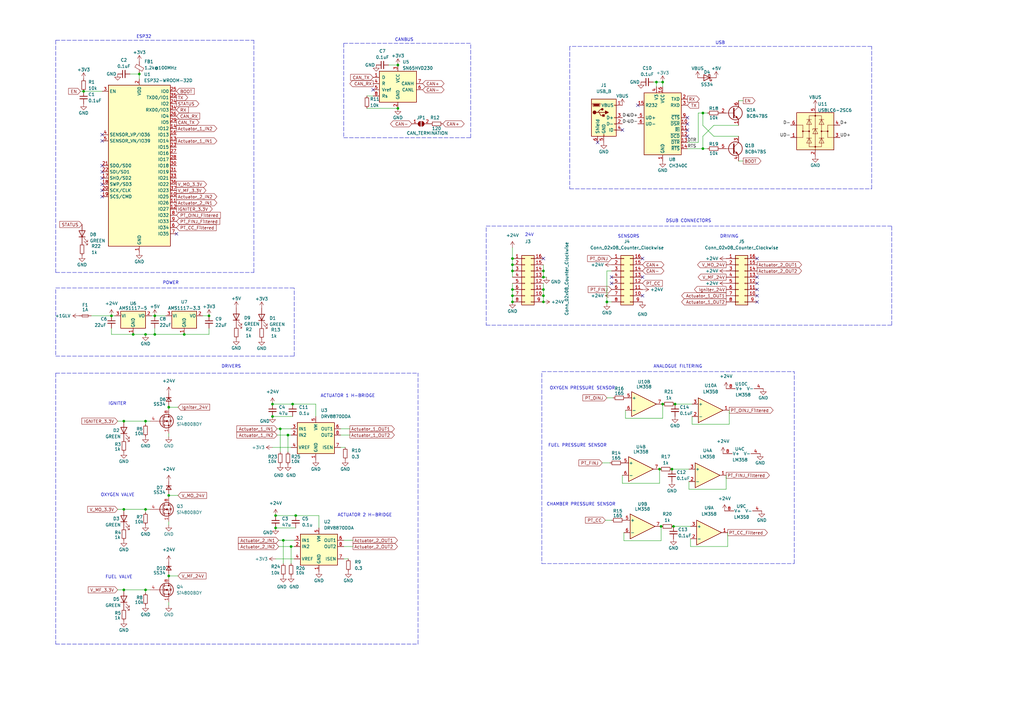
<source format=kicad_sch>
(kicad_sch (version 20211123) (generator eeschema)
  (paper "A3")
  (junction (at 45.72 129.54))
  (junction (at 59.69 137.16))
  (junction (at 59.69 208.915))
  (junction (at 271.78 33.655))
  (junction (at 210.185 111.125))
  (junction (at 118.11 178.435))
  (junction (at 69.215 236.22))
  (junction (at 210.185 118.745))
  (junction (at 163.195 26.67))
  (junction (at 114.935 175.895))
  (junction (at 288.29 46.355))
  (junction (at 69.215 167.005))
  (junction (at 275.59 192.405))
  (junction (at 54.61 137.16))
  (junction (at 50.8 208.915))
  (junction (at 63.5 129.54))
  (junction (at 276.86 165.735))
  (junction (at 271.145 215.9))
  (junction (at 50.8 241.935))
  (junction (at 85.725 129.54))
  (junction (at 113.03 211.455))
  (junction (at 210.185 121.285))
  (junction (at 222.885 111.125))
  (junction (at 222.885 121.285))
  (junction (at 222.885 118.745))
  (junction (at 288.29 60.96))
  (junction (at 111.76 170.815))
  (junction (at 113.03 216.535))
  (junction (at 163.195 44.45))
  (junction (at 63.5 137.16))
  (junction (at 210.185 108.585))
  (junction (at 59.69 241.935))
  (junction (at 119.38 224.155))
  (junction (at 270.51 192.405))
  (junction (at 50.8 172.72))
  (junction (at 116.205 221.615))
  (junction (at 75.565 137.16))
  (junction (at 121.285 211.455))
  (junction (at 210.185 106.045))
  (junction (at 269.24 33.655))
  (junction (at 222.885 113.665))
  (junction (at 271.78 165.735))
  (junction (at 120.015 165.735))
  (junction (at 57.15 30.353))
  (junction (at 276.225 215.9))
  (junction (at 59.69 172.72))
  (junction (at 222.885 123.825))
  (junction (at 248.92 123.825))
  (junction (at 111.76 165.735))
  (junction (at 34.29 37.465))
  (junction (at 69.215 203.2))
  (junction (at 210.185 123.825))
  (no_connect (at 72.39 95.885))
  (no_connect (at 310.515 118.745))
  (no_connect (at 310.515 106.045))
  (no_connect (at 281.94 50.8))
  (no_connect (at 41.91 73.025))
  (no_connect (at 310.515 123.825))
  (no_connect (at 41.91 70.485))
  (no_connect (at 250.825 113.665))
  (no_connect (at 250.825 116.205))
  (no_connect (at 41.91 78.105))
  (no_connect (at 281.94 55.88))
  (no_connect (at 255.27 53.34))
  (no_connect (at 281.94 53.34))
  (no_connect (at 245.11 58.42))
  (no_connect (at 41.91 55.245))
  (no_connect (at 41.91 80.645))
  (no_connect (at 41.91 57.785))
  (no_connect (at 263.525 113.665))
  (no_connect (at 281.94 48.26))
  (no_connect (at 263.525 121.285))
  (no_connect (at 310.515 116.205))
  (no_connect (at 310.515 121.285))
  (no_connect (at 310.515 113.665))
  (no_connect (at 41.91 67.945))
  (no_connect (at 222.885 106.045))
  (no_connect (at 41.91 75.565))
  (no_connect (at 153.035 36.83))
  (no_connect (at 261.62 43.18))
  (no_connect (at 263.525 106.045))
  (polyline (pts (xy 357.505 77.47) (xy 357.505 19.05)))
  (wire (pts (xy 271.145 215.9) (xy 271.145 221.742)))
  (polyline (pts (xy 233.68 19.05) (xy 233.68 21.59)))
  (wire (pts (xy 210.185 101.6) (xy 210.185 106.045)))
  (wire (pts (xy 113.665 178.435) (xy 118.11 178.435)))
  (wire (pts (xy 150.495 39.37) (xy 153.035 39.37)))
  (wire (pts (xy 140.97 221.615) (xy 144.78 221.615)))
  (polyline (pts (xy 140.97 17.78) (xy 140.97 56.515)))
  (wire (pts (xy 248.92 111.125) (xy 248.92 123.825)))
  (polyline (pts (xy 365.76 133.35) (xy 365.76 92.71)))
  (wire (pts (xy 139.7 183.515) (xy 141.605 183.515)))
  (wire (pts (xy 53.34 30.353) (xy 57.15 30.353)))
  (wire (pts (xy 69.215 235.585) (xy 69.215 236.22)))
  (wire (pts (xy 83.185 129.54) (xy 85.725 129.54)))
  (polyline (pts (xy 222.25 152.4) (xy 325.755 152.4)))
  (wire (pts (xy 59.69 172.72) (xy 59.69 173.99)))
  (wire (pts (xy 210.185 118.745) (xy 210.185 121.285)))
  (wire (pts (xy 140.97 229.235) (xy 142.875 229.235)))
  (wire (pts (xy 69.215 203.2) (xy 73.025 203.2)))
  (wire (pts (xy 75.565 137.16) (xy 85.725 137.16)))
  (wire (pts (xy 283.845 173.99) (xy 283.845 170.815)))
  (wire (pts (xy 255.27 194.945) (xy 255.27 198.247)))
  (wire (pts (xy 130.81 216.535) (xy 130.81 211.455)))
  (wire (pts (xy 63.5 137.16) (xy 75.565 137.16)))
  (polyline (pts (xy 22.86 146.05) (xy 120.65 146.05)))
  (wire (pts (xy 271.78 35.56) (xy 271.78 33.655)))
  (wire (pts (xy 37.465 129.54) (xy 45.72 129.54)))
  (polyline (pts (xy 22.86 264.16) (xy 171.45 264.16)))
  (wire (pts (xy 302.895 41.275) (xy 304.8 41.275)))
  (wire (pts (xy 114.935 185.42) (xy 114.935 175.895)))
  (wire (pts (xy 282.575 200.66) (xy 282.575 197.485)))
  (wire (pts (xy 113.03 216.535) (xy 121.285 216.535)))
  (polyline (pts (xy 325.755 231.14) (xy 325.755 152.4)))
  (wire (pts (xy 210.185 106.045) (xy 210.185 108.585)))
  (wire (pts (xy 283.21 224.155) (xy 283.21 220.98)))
  (wire (pts (xy 298.45 218.44) (xy 298.45 224.155)))
  (wire (pts (xy 119.38 224.155) (xy 119.38 231.14)))
  (wire (pts (xy 69.215 202.565) (xy 69.215 203.2)))
  (wire (pts (xy 222.885 118.745) (xy 222.885 121.285)))
  (wire (pts (xy 281.94 58.42) (xy 286.385 58.42)))
  (wire (pts (xy 292.735 51.435) (xy 288.29 55.88)))
  (wire (pts (xy 267.97 33.655) (xy 269.24 33.655)))
  (wire (pts (xy 62.23 129.54) (xy 63.5 129.54)))
  (wire (pts (xy 63.5 129.54) (xy 67.945 129.54)))
  (wire (pts (xy 288.29 46.355) (xy 290.195 46.355)))
  (wire (pts (xy 114.3 221.615) (xy 116.205 221.615)))
  (wire (pts (xy 69.215 203.2) (xy 69.215 203.835)))
  (wire (pts (xy 69.215 167.005) (xy 73.025 167.005)))
  (wire (pts (xy 288.29 55.88) (xy 288.29 60.96)))
  (wire (pts (xy 59.69 208.915) (xy 61.595 208.915)))
  (wire (pts (xy 269.24 33.655) (xy 271.78 33.655)))
  (wire (pts (xy 248.92 123.825) (xy 250.825 123.825)))
  (wire (pts (xy 114.3 224.155) (xy 119.38 224.155)))
  (wire (pts (xy 59.69 241.935) (xy 61.595 241.935)))
  (polyline (pts (xy 140.97 56.515) (xy 193.04 56.515)))
  (wire (pts (xy 69.215 166.37) (xy 69.215 167.005)))
  (wire (pts (xy 210.185 111.125) (xy 210.185 113.665)))
  (wire (pts (xy 50.8 241.935) (xy 59.69 241.935)))
  (wire (pts (xy 121.285 211.455) (xy 130.81 211.455)))
  (wire (pts (xy 256.54 168.275) (xy 256.54 171.577)))
  (wire (pts (xy 45.72 137.16) (xy 54.61 137.16)))
  (wire (pts (xy 69.215 213.995) (xy 69.215 215.265)))
  (polyline (pts (xy 104.14 111.76) (xy 104.14 16.51)))
  (polyline (pts (xy 199.39 92.71) (xy 365.76 92.71)))
  (wire (pts (xy 150.495 44.45) (xy 163.195 44.45)))
  (wire (pts (xy 69.215 236.22) (xy 69.215 236.855)))
  (wire (pts (xy 48.26 172.72) (xy 50.8 172.72)))
  (polyline (pts (xy 199.39 133.35) (xy 365.76 133.35)))
  (wire (pts (xy 69.215 177.8) (xy 69.215 179.07)))
  (wire (pts (xy 139.7 175.895) (xy 143.51 175.895)))
  (wire (pts (xy 63.5 134.62) (xy 63.5 137.16)))
  (wire (pts (xy 256.54 171.577) (xy 271.78 171.577)))
  (wire (pts (xy 210.185 108.585) (xy 210.185 111.125)))
  (polyline (pts (xy 22.86 118.745) (xy 22.86 146.05)))
  (wire (pts (xy 85.725 134.62) (xy 85.725 137.16)))
  (polyline (pts (xy 120.65 146.05) (xy 120.65 118.11)))
  (wire (pts (xy 59.69 208.915) (xy 59.69 210.185)))
  (wire (pts (xy 222.885 113.665) (xy 224.155 113.665)))
  (wire (pts (xy 222.885 116.205) (xy 222.885 118.745)))
  (wire (pts (xy 59.69 137.16) (xy 63.5 137.16)))
  (wire (pts (xy 276.86 165.735) (xy 283.845 165.735)))
  (wire (pts (xy 48.26 241.935) (xy 50.8 241.935)))
  (wire (pts (xy 34.29 37.465) (xy 41.91 37.465)))
  (wire (pts (xy 222.885 108.585) (xy 222.885 111.125)))
  (wire (pts (xy 292.735 55.88) (xy 302.895 55.88)))
  (polyline (pts (xy 140.97 17.78) (xy 193.04 17.78)))
  (polyline (pts (xy 22.86 16.51) (xy 104.14 16.51)))
  (wire (pts (xy 299.085 168.275) (xy 299.085 173.99)))
  (polyline (pts (xy 22.86 153.035) (xy 22.86 264.16)))
  (polyline (pts (xy 357.505 19.05) (xy 233.68 19.05)))
  (wire (pts (xy 57.15 30.353) (xy 57.15 32.385)))
  (wire (pts (xy 297.815 194.945) (xy 297.815 200.66)))
  (polyline (pts (xy 233.68 77.47) (xy 357.505 77.47)))
  (wire (pts (xy 302.895 66.04) (xy 304.8 66.04)))
  (wire (pts (xy 159.385 26.67) (xy 163.195 26.67)))
  (wire (pts (xy 50.8 172.72) (xy 59.69 172.72)))
  (wire (pts (xy 114.935 175.895) (xy 119.38 175.895)))
  (wire (pts (xy 292.735 51.435) (xy 302.895 51.435)))
  (polyline (pts (xy 22.86 111.76) (xy 104.14 111.76)))
  (polyline (pts (xy 193.04 56.515) (xy 193.04 17.78)))
  (wire (pts (xy 210.185 116.205) (xy 210.185 118.745)))
  (wire (pts (xy 248.92 163.195) (xy 251.46 163.195)))
  (wire (pts (xy 299.085 173.99) (xy 283.845 173.99)))
  (wire (pts (xy 33.02 37.465) (xy 34.29 37.465)))
  (wire (pts (xy 271.78 165.735) (xy 271.78 171.577)))
  (wire (pts (xy 48.26 208.915) (xy 50.8 208.915)))
  (wire (pts (xy 50.8 208.915) (xy 59.69 208.915)))
  (polyline (pts (xy 22.86 16.51) (xy 22.86 111.76)))
  (wire (pts (xy 255.905 218.44) (xy 255.905 221.742)))
  (polyline (pts (xy 222.25 231.14) (xy 325.755 231.14)))
  (polyline (pts (xy 22.86 118.11) (xy 120.65 118.11)))
  (wire (pts (xy 298.45 224.155) (xy 283.21 224.155)))
  (wire (pts (xy 247.015 189.865) (xy 250.19 189.865)))
  (wire (pts (xy 129.54 170.815) (xy 129.54 165.735)))
  (wire (pts (xy 120.015 165.735) (xy 129.54 165.735)))
  (wire (pts (xy 281.94 60.96) (xy 288.29 60.96)))
  (wire (pts (xy 139.7 178.435) (xy 143.51 178.435)))
  (wire (pts (xy 111.76 170.815) (xy 120.015 170.815)))
  (polyline (pts (xy 199.39 93.345) (xy 199.39 133.35)))
  (wire (pts (xy 288.29 60.96) (xy 290.195 60.96)))
  (wire (pts (xy 222.885 121.285) (xy 222.885 123.825)))
  (wire (pts (xy 113.03 211.455) (xy 121.285 211.455)))
  (wire (pts (xy 269.24 33.655) (xy 269.24 35.56)))
  (wire (pts (xy 45.72 129.54) (xy 46.99 129.54)))
  (wire (pts (xy 140.97 224.155) (xy 144.78 224.155)))
  (wire (pts (xy 255.905 221.742) (xy 271.145 221.742)))
  (polyline (pts (xy 222.25 153.035) (xy 222.25 231.14)))
  (polyline (pts (xy 171.45 264.16) (xy 171.45 153.035)))
  (wire (pts (xy 292.735 55.88) (xy 288.29 51.435)))
  (wire (pts (xy 248.285 213.36) (xy 250.825 213.36)))
  (wire (pts (xy 288.29 51.435) (xy 288.29 46.355)))
  (wire (pts (xy 69.215 247.015) (xy 69.215 248.285)))
  (wire (pts (xy 116.205 221.615) (xy 120.65 221.615)))
  (polyline (pts (xy 233.68 21.59) (xy 233.68 77.47)))
  (wire (pts (xy 54.61 137.16) (xy 59.69 137.16)))
  (wire (pts (xy 119.38 224.155) (xy 120.65 224.155)))
  (wire (pts (xy 286.385 58.42) (xy 286.385 46.355)))
  (wire (pts (xy 210.185 121.285) (xy 210.185 123.825)))
  (wire (pts (xy 222.885 111.125) (xy 222.885 113.665)))
  (wire (pts (xy 59.69 241.935) (xy 59.69 243.205)))
  (wire (pts (xy 286.385 46.355) (xy 288.29 46.355)))
  (wire (pts (xy 255.27 198.247) (xy 270.51 198.247)))
  (wire (pts (xy 118.11 178.435) (xy 118.11 185.42)))
  (wire (pts (xy 111.76 183.515) (xy 119.38 183.515)))
  (wire (pts (xy 297.815 200.66) (xy 282.575 200.66)))
  (wire (pts (xy 250.825 111.125) (xy 248.92 111.125)))
  (wire (pts (xy 276.225 215.9) (xy 283.21 215.9)))
  (wire (pts (xy 45.72 134.62) (xy 45.72 137.16)))
  (polyline (pts (xy 22.86 153.035) (xy 171.45 153.035)))
  (wire (pts (xy 248.92 123.825) (xy 248.92 124.46)))
  (wire (pts (xy 69.215 236.22) (xy 73.025 236.22)))
  (wire (pts (xy 69.215 167.005) (xy 69.215 167.64)))
  (wire (pts (xy 59.69 172.72) (xy 61.595 172.72)))
  (wire (pts (xy 118.11 178.435) (xy 119.38 178.435)))
  (wire (pts (xy 275.59 192.405) (xy 282.575 192.405)))
  (wire (pts (xy 113.665 175.895) (xy 114.935 175.895)))
  (wire (pts (xy 113.03 229.235) (xy 120.65 229.235)))
  (wire (pts (xy 111.76 165.735) (xy 120.015 165.735)))
  (wire (pts (xy 116.205 221.615) (xy 116.205 231.14)))
  (wire (pts (xy 270.51 192.405) (xy 270.51 198.247)))
  (text "FUEL VALVE\n" (at 43.18 237.49 0) (effects (font (size 1.27 1.27)) (justify left bottom)))
  (text "ACTUATOR 2 H-BRIDGE\n" (at 138.43 212.09 0) (effects (font (size 1.27 1.27)) (justify left bottom)))
  (text "OXYGEN VALVE\n" (at 41.275 203.835 0) (effects (font (size 1.27 1.27)) (justify left bottom)))
  (text "DRIVERS\n" (at 90.805 151.13 0) (effects (font (size 1.27 1.27)) (justify left bottom)))
  (text "DSUB CONNECTORS\n" (at 273.05 91.44 0) (effects (font (size 1.27 1.27)) (justify left bottom)))
  (text "CHAMBER PRESSURE SENSOR\n" (at 224.155 207.645 0) (effects (font (size 1.27 1.27)) (justify left bottom)))
  (text "CANBUS\n" (at 161.925 17.145 0) (effects (font (size 1.27 1.27)) (justify left bottom)))
  (text "ESP32\n" (at 55.88 15.875 0) (effects (font (size 1.27 1.27)) (justify left bottom)))
  (text "USB\n" (at 293.37 18.415 0) (effects (font (size 1.27 1.27)) (justify left bottom)))
  (text "OXYGEN PRESSURE SENSOR\n" (at 225.425 160.02 0) (effects (font (size 1.27 1.27)) (justify left bottom)))
  (text "ANALOGUE FILTERING\n" (at 267.97 151.13 0) (effects (font (size 1.27 1.27)) (justify left bottom)))
  (text "24V\n" (at 215.265 97.155 0) (effects (font (size 1.27 1.27)) (justify left bottom)))
  (text "POWER" (at 66.675 116.84 0) (effects (font (size 1.27 1.27)) (justify left bottom)))
  (text "ACTUATOR 1 H-BRIDGE\n" (at 131.445 163.195 0) (effects (font (size 1.27 1.27)) (justify left bottom)))
  (text "SENSORS" (at 253.365 97.79 0) (effects (font (size 1.27 1.27)) (justify left bottom)))
  (text "IGNITER" (at 44.45 166.37 0) (effects (font (size 1.27 1.27)) (justify left bottom)))
  (text "FUEL PRESSURE SENSOR\n" (at 224.79 183.515 0) (effects (font (size 1.27 1.27)) (justify left bottom)))
  (text "DRIVING" (at 295.275 97.79 0) (effects (font (size 1.27 1.27)) (justify left bottom)))
  (label "D-" (at 324.231 51.308 180))
  (label "UD+" (at 344.551 56.388 0))
  (label "RTS" (at 281.94 60.96 0))
  (label "UD+" (at 261.62 48.26 180))
  (label "D+" (at 344.551 51.308 0))
  (label "UD-" (at 261.62 50.8 180))
  (label "D-" (at 255.27 50.8 0))
  (label "DTR" (at 281.94 58.42 0))
  (label "D+" (at 255.27 48.26 0))
  (label "UD-" (at 324.231 56.388 180))
  (global_label "Actuator_2_IN2" (shape input) (at 114.3 224.155 180) (property "Intersheet References" "${INTERSHEET_REFS}" (effects hide)))
  (global_label "BOOT" (shape output) (at 304.8 66.04 0) (property "Intersheet References" "${INTERSHEET_REFS}" (effects hide)))
  (global_label "Actuator_2_IN2" (shape output) (at 72.39 80.645 0) (property "Intersheet References" "${INTERSHEET_REFS}" (effects hide)))
  (global_label "Actuator_2_OUT1" (shape output) (at 310.515 108.585 0) (property "Intersheet References" "${INTERSHEET_REFS}" (effects hide)))
  (global_label "V_MO_3.3V" (shape output) (at 72.39 75.565 0) (property "Intersheet References" "${INTERSHEET_REFS}" (effects hide)))
  (global_label "Actuator_2_OUT2" (shape output) (at 144.78 224.155 0) (property "Intersheet References" "${INTERSHEET_REFS}" (effects hide)))
  (global_label "IGNITER_3.3V" (shape output) (at 72.39 85.725 0) (property "Intersheet References" "${INTERSHEET_REFS}" (effects hide)))
  (global_label "V_MO_3.3V" (shape input) (at 48.26 208.915 180) (property "Intersheet References" "${INTERSHEET_REFS}" (effects hide)))
  (global_label "CAN_RX" (shape input) (at 72.39 47.625 0) (property "Intersheet References" "${INTERSHEET_REFS}" (effects hide)))
  (global_label "TX" (shape output) (at 72.39 40.005 0) (property "Intersheet References" "${INTERSHEET_REFS}" (effects hide)))
  (global_label "CAN_TX" (shape input) (at 153.035 31.75 180) (property "Intersheet References" "${INTERSHEET_REFS}" (effects hide)))
  (global_label "Actuator_2_OUT1" (shape output) (at 144.78 221.615 0) (property "Intersheet References" "${INTERSHEET_REFS}" (effects hide)))
  (global_label "V_MF_24V" (shape input) (at 73.025 236.22 0) (property "Intersheet References" "${INTERSHEET_REFS}" (effects hide)))
  (global_label "Actuator_2_OUT2" (shape output) (at 310.515 111.125 0) (property "Intersheet References" "${INTERSHEET_REFS}" (effects hide)))
  (global_label "Actuator_1_OUT2" (shape output) (at 297.815 123.825 180) (property "Intersheet References" "${INTERSHEET_REFS}" (effects hide)))
  (global_label "PT_FINJ" (shape input) (at 250.825 118.745 180) (property "Intersheet References" "${INTERSHEET_REFS}" (effects hide)))
  (global_label "V_MF_24V" (shape output) (at 297.815 113.665 180) (property "Intersheet References" "${INTERSHEET_REFS}" (effects hide)))
  (global_label "PT_CC" (shape input) (at 248.285 213.36 180) (property "Intersheet References" "${INTERSHEET_REFS}" (effects hide)))
  (global_label "STATUS" (shape input) (at 33.655 92.075 180) (property "Intersheet References" "${INTERSHEET_REFS}" (effects hide)))
  (global_label "Actuator_2_IN1" (shape output) (at 72.39 83.185 0) (property "Intersheet References" "${INTERSHEET_REFS}" (effects hide)))
  (global_label "V_MO_24V" (shape output) (at 297.815 108.585 180) (property "Intersheet References" "${INTERSHEET_REFS}" (effects hide)))
  (global_label "CAN-" (shape bidirectional) (at 263.525 111.125 0) (property "Intersheet References" "${INTERSHEET_REFS}" (effects hide)))
  (global_label "CAN-" (shape bidirectional) (at 168.91 50.8 180) (property "Intersheet References" "${INTERSHEET_REFS}" (effects hide)))
  (global_label "IGNITER_3.3V" (shape input) (at 48.26 172.72 180) (property "Intersheet References" "${INTERSHEET_REFS}" (effects hide)))
  (global_label "PT_OINJ" (shape input) (at 248.92 163.195 180) (property "Intersheet References" "${INTERSHEET_REFS}" (effects hide)))
  (global_label "PT_OINJ_Filtered" (shape output) (at 299.085 168.275 0) (property "Intersheet References" "${INTERSHEET_REFS}" (effects hide)))
  (global_label "PT_OINJ" (shape input) (at 250.825 106.045 180) (property "Intersheet References" "${INTERSHEET_REFS}" (effects hide)))
  (global_label "CAN+" (shape bidirectional) (at 173.355 34.29 0) (property "Intersheet References" "${INTERSHEET_REFS}" (effects hide)))
  (global_label "V_MF_3.3V" (shape input) (at 48.26 241.935 180) (property "Intersheet References" "${INTERSHEET_REFS}" (effects hide)))
  (global_label "RX" (shape input) (at 72.39 45.085 0) (property "Intersheet References" "${INTERSHEET_REFS}" (effects hide)))
  (global_label "Actuator_1_IN1" (shape output) (at 72.39 57.785 0) (property "Intersheet References" "${INTERSHEET_REFS}" (effects hide)))
  (global_label "Actuator_2_IN1" (shape input) (at 114.3 221.615 180) (property "Intersheet References" "${INTERSHEET_REFS}" (effects hide)))
  (global_label "CAN+" (shape bidirectional) (at 263.525 108.585 0) (property "Intersheet References" "${INTERSHEET_REFS}" (effects hide)))
  (global_label "Actuator_1_IN2" (shape output) (at 72.39 52.705 0) (property "Intersheet References" "${INTERSHEET_REFS}" (effects hide)))
  (global_label "PT_FINJ_Filtered" (shape input) (at 72.39 90.805 0) (property "Intersheet References" "${INTERSHEET_REFS}" (effects hide)))
  (global_label "STATUS" (shape output) (at 72.39 42.545 0) (property "Intersheet References" "${INTERSHEET_REFS}" (effects hide)))
  (global_label "PT_FINJ" (shape input) (at 247.015 189.865 180) (property "Intersheet References" "${INTERSHEET_REFS}" (effects hide)))
  (global_label "EN" (shape output) (at 304.8 41.275 0) (property "Intersheet References" "${INTERSHEET_REFS}" (effects hide)))
  (global_label "PT_FINJ_Filtered" (shape output) (at 297.815 194.945 0) (property "Intersheet References" "${INTERSHEET_REFS}" (effects hide)))
  (global_label "PT_CC" (shape input) (at 263.525 116.205 0) (property "Intersheet References" "${INTERSHEET_REFS}" (effects hide)))
  (global_label "V_MF_3.3V" (shape output) (at 72.39 78.105 0) (property "Intersheet References" "${INTERSHEET_REFS}" (effects hide)))
  (global_label "BOOT" (shape input) (at 72.39 37.465 0) (property "Intersheet References" "${INTERSHEET_REFS}" (effects hide)))
  (global_label "V_MO_24V" (shape input) (at 73.025 203.2 0) (property "Intersheet References" "${INTERSHEET_REFS}" (effects hide)))
  (global_label "PT_OINJ_Filtered" (shape input) (at 72.39 88.265 0) (property "Intersheet References" "${INTERSHEET_REFS}" (effects hide)))
  (global_label "CAN+" (shape bidirectional) (at 181.61 50.8 0) (property "Intersheet References" "${INTERSHEET_REFS}" (effects hide)))
  (global_label "PT_CC_Filtered" (shape output) (at 298.45 218.44 0) (property "Intersheet References" "${INTERSHEET_REFS}" (effects hide)))
  (global_label "PT_CC_Filtered" (shape input) (at 72.39 93.345 0) (property "Intersheet References" "${INTERSHEET_REFS}" (effects hide)))
  (global_label "Igniter_24V" (shape output) (at 297.815 118.745 180) (property "Intersheet References" "${INTERSHEET_REFS}" (effects hide)))
  (global_label "Actuator_1_IN2" (shape input) (at 113.665 178.435 180) (property "Intersheet References" "${INTERSHEET_REFS}" (effects hide)))
  (global_label "Actuator_1_OUT2" (shape output) (at 143.51 178.435 0) (property "Intersheet References" "${INTERSHEET_REFS}" (effects hide)))
  (global_label "Actuator_1_IN1" (shape input) (at 113.665 175.895 180) (property "Intersheet References" "${INTERSHEET_REFS}" (effects hide)))
  (global_label "CAN-" (shape bidirectional) (at 173.355 36.83 0) (property "Intersheet References" "${INTERSHEET_REFS}" (effects hide)))
  (global_label "Igniter_24V" (shape input) (at 73.025 167.005 0) (property "Intersheet References" "${INTERSHEET_REFS}" (effects hide)))
  (global_label "Actuator_1_OUT1" (shape output) (at 297.815 121.285 180) (property "Intersheet References" "${INTERSHEET_REFS}" (effects hide)))
  (global_label "CAN_TX" (shape output) (at 72.39 50.165 0) (property "Intersheet References" "${INTERSHEET_REFS}" (effects hide)))
  (global_label "TX" (shape input) (at 281.94 43.18 0) (property "Intersheet References" "${INTERSHEET_REFS}" (effects hide)))
  (global_label "RX" (shape output) (at 281.94 40.64 0) (property "Intersheet References" "${INTERSHEET_REFS}" (effects hide)))
  (global_label "CAN_RX" (shape output) (at 153.035 34.29 180) (property "Intersheet References" "${INTERSHEET_REFS}" (effects hide)))
  (global_label "EN" (shape input) (at 33.02 37.465 180) (property "Intersheet References" "${INTERSHEET_REFS}" (effects hide)))
  (global_label "Actuator_1_OUT1" (shape output) (at 143.51 175.895 0) (property "Intersheet References" "${INTERSHEET_REFS}" (effects hide)))
  (symbol (lib_id "power:+24V") (at 250.825 108.585 90) (unit 1)
    (property "Reference" "#PWR0145" (effects hide))
    (property "Value" "+24V" (at 247.65 108.5849 90) (effects (justify left)))
  )
  (symbol (lib_id "power:+24V") (at 263.525 118.745 270) (unit 1)
    (property "Reference" "#PWR0167" (effects hide))
    (property "Value" "+24V" (at 266.7 118.745 90) (effects (justify left)))
  )
  (symbol (lib_id "power:+24V") (at 297.815 159.385 0) (unit 1)
    (property "Reference" "#PWR0102" (effects hide))
    (property "Value" "+24V" (at 297.815 154.305 0))
  )
  (symbol (lib_id "power:GND") (at 59.69 179.07 0) (unit 1)
    (property "Reference" "#PWR0155" (effects hide))
    (property "Value" "GND" (at 59.69 182.88 0))
  )
  (symbol (lib_id "Device:R_Small") (at 114.935 187.96 0) (unit 1)
    (property "Reference" "R23" (at 109.855 187.325 0) (effects (justify left)))
    (property "Value" "10k" (at 109.855 189.23 0) (effects (justify left)))
    (property "Footprint" "Resistor_SMD:R_0603_1608Metric" (effects hide))
  )
  (symbol (lib_id "power:GND") (at 311.785 186.055 0) (unit 1)
    (property "Reference" "#PWR0113" (effects hide))
    (property "Value" "GND" (at 311.785 189.865 0))
  )
  (symbol (lib_id "power:GND") (at 276.225 220.98 0) (unit 1)
    (property "Reference" "#PWR0106" (effects hide))
    (property "Value" "GND" (at 276.225 224.79 0))
  )
  (symbol (lib_id "Device:LED") (at 50.8 245.745 90) (unit 1)
    (property "Reference" "D5" (at 46.355 245.745 90) (effects (justify right)))
    (property "Value" "GREEN" (at 43.18 248.285 90) (effects (justify right)))
    (property "Footprint" "LED_SMD:LED_0603_1608Metric" (effects hide))
  )
  (symbol (lib_id "power:GND") (at 113.03 216.535 0) (unit 1)
    (property "Reference" "#PWR0144" (effects hide))
    (property "Value" "GND" (at 109.855 218.44 0))
  )
  (symbol (lib_id "Device:D_Small") (at 69.215 163.83 270) (unit 1)
    (property "Reference" "D6" (at 65.405 163.83 90) (effects (justify left)))
    (property "Value" "SS34" (at 62.865 165.735 90) (effects (justify left)))
    (property "Footprint" "Diode_SMD:D_SMA" (effects hide))
  )
  (symbol (lib_id "Device:R_Small") (at 59.69 176.53 0) (unit 1)
    (property "Reference" "R6" (at 55.88 175.895 0) (effects (justify left)))
    (property "Value" "10k" (at 55.245 177.8 0) (effects (justify left)))
    (property "Footprint" "Resistor_SMD:R_0603_1608Metric" (effects hide))
  )
  (symbol (lib_id "power:GND") (at 59.69 215.265 0) (unit 1)
    (property "Reference" "#PWR0122" (effects hide))
    (property "Value" "GND" (at 59.69 219.075 0))
  )
  (symbol (lib_id "Connector_Generic:Conn_02x08_Counter_Clockwise") (at 215.265 113.665 0) (unit 1)
    (property "Reference" "J3" (at 216.535 99.06 0))
    (property "Value" "Conn_02x08_Counter_Clockwise" (at 232.41 114.3 90))
    (property "Footprint" "Connector_Dsub:DSUB-15_Male_Horizontal_P2.77x2.84mm_EdgePinOffset9.90mm_Housed_MountingHolesOffset11.32mm" (effects hide))
  )
  (symbol (lib_id "Device:R_Small") (at 141.605 186.055 0) (unit 1)
    (property "Reference" "R10" (at 144.145 184.7849 0) (effects (justify left)))
    (property "Value" "0.3" (at 144.145 187.3249 0) (effects (justify left)))
    (property "Footprint" "Resistor_SMD:R_1206_3216Metric" (effects hide))
  )
  (symbol (lib_id "power:+24V") (at 250.825 121.285 90) (unit 1)
    (property "Reference" "#PWR0163" (effects hide))
    (property "Value" "+24V" (at 247.65 121.2849 90) (effects (justify left)))
  )
  (symbol (lib_id "power:GND") (at 224.155 113.665 0) (unit 1)
    (property "Reference" "#PWR0168" (effects hide))
    (property "Value" "GND" (at 227.965 115.57 0))
  )
  (symbol (lib_id "Device:R_Small") (at 273.05 192.405 90) (unit 1)
    (property "Reference" "R17" (at 273.05 187.325 90))
    (property "Value" "1k" (at 273.05 189.865 90))
    (property "Footprint" "Resistor_SMD:R_0603_1608Metric" (effects hide))
  )
  (symbol (lib_id "Device:LED") (at 96.901 130.048 90) (unit 1)
    (property "Reference" "D9" (at 100.076 130.3654 90) (effects (justify right)))
    (property "Value" "GREEN" (at 100.076 132.9054 90) (effects (justify right)))
    (property "Footprint" "LED_SMD:LED_0603_1608Metric" (effects hide))
  )
  (symbol (lib_id "power:+24V") (at 113.03 211.455 0) (unit 1)
    (property "Reference" "#PWR0156" (effects hide))
    (property "Value" "+24V" (at 113.03 206.375 0))
  )
  (symbol (lib_id "Device:R_Small") (at 34.29 34.925 0) (unit 1)
    (property "Reference" "R1" (at 36.195 33.655 0) (effects (justify left)))
    (property "Value" "10k" (at 36.195 36.195 0) (effects (justify left)))
    (property "Footprint" "Resistor_SMD:R_0603_1608Metric" (effects hide))
  )
  (symbol (lib_id "power:GND") (at 50.8 221.615 0) (unit 1)
    (property "Reference" "#PWR0160" (effects hide))
    (property "Value" "GND" (at 50.8 225.425 0))
  )
  (symbol (lib_id "Device:R_Small") (at 59.69 212.725 0) (unit 1)
    (property "Reference" "R7" (at 55.88 212.09 0) (effects (justify left)))
    (property "Value" "10k" (at 55.245 213.995 0) (effects (justify left)))
    (property "Footprint" "Resistor_SMD:R_0603_1608Metric" (effects hide))
  )
  (symbol (lib_id "Device:R_Small") (at 116.205 233.68 0) (unit 1)
    (property "Reference" "R24" (at 111.125 232.41 0) (effects (justify left)))
    (property "Value" "10k" (at 111.125 234.95 0) (effects (justify left)))
    (property "Footprint" "Resistor_SMD:R_0603_1608Metric" (effects hide))
  )
  (symbol (lib_id "power:+3.3V") (at 34.29 32.385 0) (unit 1)
    (property "Reference" "#PWR0110" (effects hide))
    (property "Value" "+3.3V" (at 34.29 28.575 0))
  )
  (symbol (lib_id "Device:R_Small") (at 273.685 215.9 90) (unit 1)
    (property "Reference" "R20" (at 273.685 210.82 90))
    (property "Value" "1k" (at 273.685 213.36 90))
    (property "Footprint" "Resistor_SMD:R_0603_1608Metric" (effects hide))
  )
  (symbol (lib_id "GLV:+GLV") (at 32.385 129.54 90) (unit 1)
    (property "Reference" "#PWR0126" (effects hide))
    (property "Value" "+GLV" (at 28.956 129.54 90) (effects (justify left)))
  )
  (symbol (lib_id "Regulator_Linear:AMS1117-5.0") (at 54.61 129.54 0) (unit 1)
    (property "Reference" "U6" (at 54.61 124.46 0))
    (property "Value" "AMS1117-5" (at 54.61 126.365 0))
    (property "Footprint" "Package_TO_SOT_SMD:SOT-223-3_TabPin2" (effects hide))
    (property "Datasheet" "http://www.advanced-monolithic.com/pdf/ds1117.pdf" (effects hide))
  )
  (symbol (lib_id "power:+3.3V") (at 113.03 229.235 90) (unit 1)
    (property "Reference" "#PWR0169" (effects hide))
    (property "Value" "+3.3V" (at 109.855 229.2349 90) (effects (justify left)))
  )
  (symbol (lib_id "Device:LED") (at 33.655 95.885 90) (unit 1)
    (property "Reference" "D8" (at 36.83 96.2024 90) (effects (justify right)))
    (property "Value" "GREEN" (at 36.83 98.7424 90) (effects (justify right)))
    (property "Footprint" "LED_SMD:LED_0603_1608Metric" (effects hide))
  )
  (symbol (lib_id "Amplifier_Operational:LM358") (at 291.465 168.275 0) (unit 1)
    (property "Reference" "U10" (at 291.465 158.115 0))
    (property "Value" "LM358" (at 291.465 160.655 0))
    (property "Footprint" "Package_SO:SOP-8_3.9x4.9mm_P1.27mm" (effects hide))
    (property "Datasheet" "http://www.ti.com/lit/ds/symlink/lm2904-n.pdf" (effects hide))
  )
  (symbol (lib_id "Amplifier_Operational:LM358") (at 264.16 165.735 0) (unit 2)
    (property "Reference" "U10" (at 264.16 156.591 0))
    (property "Value" "LM358" (at 264.16 158.623 0))
    (property "Footprint" "Package_SO:SOP-8_3.9x4.9mm_P1.27mm" (effects hide))
    (property "Datasheet" "http://www.ti.com/lit/ds/symlink/lm2904-n.pdf" (effects hide))
  )
  (symbol (lib_id "RF_Module:ESP32-WROOM-32D") (at 57.15 67.945 0) (unit 1)
    (property "Reference" "U1" (at 59.055 30.48 0) (effects (justify left)))
    (property "Value" "ESP32-WROOM-32D" (at 59.055 33.02 0) (effects (justify left)))
    (property "Footprint" "RF_Module:ESP32-WROOM-32" (effects hide))
    (property "Datasheet" "https://www.espressif.com/sites/default/files/documentation/esp32-wroom-32d_esp32-wroom-32u_datasheet_en.pdf" (effects hide))
  )
  (symbol (lib_id "power:GND") (at 59.69 248.285 0) (unit 1)
    (property "Reference" "#PWR0161" (effects hide))
    (property "Value" "GND" (at 59.69 252.095 0))
  )
  (symbol (lib_id "power:+24V") (at 69.215 161.29 0) (unit 1)
    (property "Reference" "#PWR0150" (effects hide))
    (property "Value" "+24V" (at 69.215 156.21 0))
  )
  (symbol (lib_id "power:GND") (at 163.195 44.45 0) (unit 1)
    (property "Reference" "#PWR0130" (effects hide))
    (property "Value" "GND" (at 163.195 48.26 0))
  )
  (symbol (lib_id "power:GND") (at 142.875 234.315 0) (unit 1)
    (property "Reference" "#PWR0158" (effects hide))
    (property "Value" "GND" (at 142.875 238.125 0))
  )
  (symbol (lib_id "Device:C_Small") (at 121.285 213.995 0) (unit 1)
    (property "Reference" "C5" (at 123.825 212.7312 0) (effects (justify left)))
    (property "Value" "0.1u" (at 123.825 215.2712 0) (effects (justify left)))
    (property "Footprint" "Capacitor_SMD:C_1206_3216Metric" (effects hide))
  )
  (symbol (lib_id "power:+3.3V") (at 85.725 129.54 0) (unit 1)
    (property "Reference" "#PWR0127" (effects hide))
    (property "Value" "+3.3V" (at 85.725 125.73 0))
  )
  (symbol (lib_id "Device:LED") (at 50.8 176.53 90) (unit 1)
    (property "Reference" "D2" (at 46.355 176.53 90) (effects (justify right)))
    (property "Value" "GREEN" (at 43.18 179.07 90) (effects (justify right)))
    (property "Footprint" "LED_SMD:LED_0603_1608Metric" (effects hide))
  )
  (symbol (lib_id "Device:D_Small") (at 69.215 200.025 270) (unit 1)
    (property "Reference" "D7" (at 64.135 200.025 90) (effects (justify left)))
    (property "Value" "SS34" (at 62.865 201.93 90) (effects (justify left)))
    (property "Footprint" "Diode_SMD:D_SMA" (effects hide))
  )
  (symbol (lib_id "power:GND") (at 312.42 209.55 0) (unit 1)
    (property "Reference" "#PWR0112" (effects hide))
    (property "Value" "GND" (at 312.42 213.36 0))
  )
  (symbol (lib_id "Transistor_FET:Si4162DY") (at 66.675 241.935 0) (unit 1)
    (property "Reference" "Q4" (at 72.39 240.6649 0) (effects (justify left)))
    (property "Value" "Si4800BDY" (at 72.39 243.2049 0) (effects (justify left)))
    (property "Footprint" "Package_SO:SOIC-8_3.9x4.9mm_P1.27mm" (effects hide))
    (property "Datasheet" "http://www.vishay.com/docs/68967/si4162dy.pdf" (effects hide))
  )
  (symbol (lib_id "power:GND") (at 130.81 234.315 0) (unit 1)
    (property "Reference" "#PWR0157" (effects hide))
    (property "Value" "GND" (at 130.81 238.125 0))
  )
  (symbol (lib_id "power:+24V") (at 210.185 101.6 0) (unit 1)
    (property "Reference" "#PWR?" (effects hide))
    (property "Value" "+24V" (at 210.185 96.52 0))
  )
  (symbol (lib_id "power:+24V") (at 111.76 165.735 0) (unit 1)
    (property "Reference" "#PWR0149" (effects hide))
    (property "Value" "+24V" (at 111.76 160.655 0))
  )
  (symbol (lib_id "power:+3.3V") (at 111.76 183.515 90) (unit 1)
    (property "Reference" "#PWR0152" (effects hide))
    (property "Value" "+3.3V" (at 108.585 183.5149 90) (effects (justify left)))
  )
  (symbol (lib_id "power:GND") (at 59.69 137.16 0) (unit 1)
    (property "Reference" "#PWR0128" (effects hide))
    (property "Value" "GND" (at 59.69 140.97 0))
  )
  (symbol (lib_id "power:+24V") (at 297.815 111.125 90) (unit 1)
    (property "Reference" "#PWR0120" (effects hide))
    (property "Value" "+24V" (at 294.64 111.125 90) (effects (justify left)))
  )
  (symbol (lib_id "power:GND") (at 69.215 179.07 0) (unit 1)
    (property "Reference" "#PWR0153" (effects hide))
    (property "Value" "GND" (at 69.215 182.88 0))
  )
  (symbol (lib_id "power:GND") (at 107.315 139.065 0) (unit 1)
    (property "Reference" "#PWR0140" (effects hide))
    (property "Value" "GND" (at 107.315 142.875 0))
  )
  (symbol (lib_id "power:VBUS") (at 255.27 43.18 0) (unit 1)
    (property "Reference" "#PWR0132" (effects hide))
    (property "Value" "VBUS" (at 255.27 39.37 0))
  )
  (symbol (lib_id "Amplifier_Operational:LM358") (at 263.525 215.9 0) (unit 2)
    (property "Reference" "U9" (at 263.525 206.756 0))
    (property "Value" "LM358" (at 263.525 208.788 0))
    (property "Footprint" "Package_SO:SOP-8_3.9x4.9mm_P1.27mm" (effects hide))
    (property "Datasheet" "http://www.ti.com/lit/ds/symlink/lm2904-n.pdf" (effects hide))
  )
  (symbol (lib_id "power:+3.3V") (at 271.78 33.655 0) (unit 1)
    (property "Reference" "#PWR0138" (effects hide))
    (property "Value" "+3.3V" (at 271.78 29.845 0))
  )
  (symbol (lib_id "Device:C_Small") (at 156.845 26.67 90) (unit 1)
    (property "Reference" "C7" (at 156.845 20.955 90))
    (property "Value" "0.1uF" (at 156.845 23.495 90))
    (property "Footprint" "Capacitor_SMD:C_0603_1608Metric" (effects hide))
  )
  (symbol (lib_id "power:GND") (at 57.15 103.505 0) (unit 1)
    (property "Reference" "#PWR0108" (effects hide))
    (property "Value" "GND" (at 57.15 107.315 0))
  )
  (symbol (lib_id "Device:C_Small") (at 45.72 132.08 0) (unit 1)
    (property "Reference" "C6" (at 41.275 130.81 0) (effects (justify left)))
    (property "Value" "22uF" (at 38.735 133.35 0) (effects (justify left)))
    (property "Footprint" "Capacitor_SMD:C_1206_3216Metric" (effects hide))
  )
  (symbol (lib_id "power:GND") (at 313.055 159.385 0) (unit 1)
    (property "Reference" "#PWR0114" (effects hide))
    (property "Value" "GND" (at 313.055 163.195 0))
  )
  (symbol (lib_id "Regulator_Linear:AMS1117-3.3") (at 75.565 129.54 0) (unit 1)
    (property "Reference" "U7" (at 75.565 123.825 0))
    (property "Value" "AMS1117-3.3" (at 75.565 126.365 0))
    (property "Footprint" "Package_TO_SOT_SMD:SOT-223-3_TabPin2" (effects hide))
    (property "Datasheet" "http://www.advanced-monolithic.com/pdf/ds1117.pdf" (effects hide))
  )
  (symbol (lib_id "Amplifier_Operational:LM358") (at 262.89 192.405 0) (unit 2)
    (property "Reference" "U4" (at 262.89 183.261 0))
    (property "Value" "LM358" (at 262.89 185.293 0))
    (property "Footprint" "Package_SO:SOP-8_3.9x4.9mm_P1.27mm" (effects hide))
    (property "Datasheet" "http://www.ti.com/lit/ds/symlink/lm2904-n.pdf" (effects hide))
  )
  (symbol (lib_id "Device:LED") (at 50.8 212.725 90) (unit 1)
    (property "Reference" "D3" (at 46.355 212.725 90) (effects (justify right)))
    (property "Value" "GREEN" (at 43.18 215.265 90) (effects (justify right)))
    (property "Footprint" "LED_SMD:LED_0603_1608Metric" (effects hide))
  )
  (symbol (lib_id "Device:C_Small") (at 63.5 132.08 0) (unit 1)
    (property "Reference" "C8" (at 65.405 130.81 0) (effects (justify left)))
    (property "Value" "22uF" (at 65.405 133.35 0) (effects (justify left)))
    (property "Footprint" "Capacitor_SMD:C_1206_3216Metric" (effects hide))
  )
  (symbol (lib_id "Device:C_Small") (at 120.015 168.275 0) (unit 1)
    (property "Reference" "C11" (at 122.555 167.0112 0) (effects (justify left)))
    (property "Value" "0.1u" (at 122.555 169.5512 0) (effects (justify left)))
    (property "Footprint" "Capacitor_SMD:C_1206_3216Metric" (effects hide))
  )
  (symbol (lib_id "power:GND") (at 50.8 254.635 0) (unit 1)
    (property "Reference" "#PWR0162" (effects hide))
    (property "Value" "GND" (at 50.8 258.445 0))
  )
  (symbol (lib_id "Device:R_Small") (at 119.38 233.68 0) (unit 1)
    (property "Reference" "R26" (at 121.285 233.045 0) (effects (justify left)))
    (property "Value" "10k" (at 121.285 234.95 0) (effects (justify left)))
    (property "Footprint" "Resistor_SMD:R_0603_1608Metric" (effects hide))
  )
  (symbol (lib_id "Amplifier_Operational:LM358") (at 290.195 194.945 0) (unit 1)
    (property "Reference" "U4" (at 290.195 184.785 0))
    (property "Value" "LM358" (at 290.195 187.325 0))
    (property "Footprint" "Package_SO:SOP-8_3.9x4.9mm_P1.27mm" (effects hide))
    (property "Datasheet" "http://www.ti.com/lit/ds/symlink/lm2904-n.pdf" (effects hide))
  )
  (symbol (lib_id "power:GND") (at 275.59 197.485 0) (unit 1)
    (property "Reference" "#PWR0115" (effects hide))
    (property "Value" "GND" (at 275.59 201.295 0))
  )
  (symbol (lib_id "power:+5V") (at 96.901 126.238 0) (unit 1)
    (property "Reference" "#PWR0103" (effects hide))
    (property "Value" "+5V" (at 96.901 122.428 0))
  )
  (symbol (lib_id "Device:LED") (at 107.315 130.175 90) (unit 1)
    (property "Reference" "D1" (at 110.49 130.4924 90) (effects (justify right)))
    (property "Value" "GREEN" (at 110.49 133.0324 90) (effects (justify right)))
    (property "Footprint" "LED_SMD:LED_0603_1608Metric" (effects hide))
  )
  (symbol (lib_id "power:VBUS") (at 286.131 31.877 0) (unit 1)
    (property "Reference" "#PWR0137" (effects hide))
    (property "Value" "VBUS" (at 286.131 28.067 0))
  )
  (symbol (lib_id "Transistor_BJT:BC847BS") (at 300.355 60.96 0) (unit 2)
    (property "Reference" "Q1" (at 305.435 59.6899 0) (effects (justify left)))
    (property "Value" "BC847BS" (at 305.435 62.2299 0) (effects (justify left)))
    (property "Footprint" "Package_TO_SOT_SMD:SOT-363_SC-70-6" (effects hide))
    (property "Datasheet" "https://assets.nexperia.com/documents/data-sheet/BC847BS.pdf" (effects hide))
  )
  (symbol (lib_id "Amplifier_Operational:LM358") (at 305.435 156.845 90) (unit 3)
    (property "Reference" "U10" (at 306.705 157.48 90) (effects (justify left)))
    (property "Value" "LM358" (at 307.975 161.925 90) (effects (justify left)))
    (property "Footprint" "Package_SO:SOP-8_3.9x4.9mm_P1.27mm" (effects hide))
    (property "Datasheet" "http://www.ti.com/lit/ds/symlink/lm2904-n.pdf" (effects hide))
  )
  (symbol (lib_id "power:+3.3V") (at 163.195 26.67 0) (unit 1)
    (property "Reference" "#PWR0124" (effects hide))
    (property "Value" "+3.3V" (at 163.195 22.86 0))
  )
  (symbol (lib_id "power:+3.3V") (at 107.315 126.365 0) (unit 1)
    (property "Reference" "#PWR0141" (effects hide))
    (property "Value" "+3.3V" (at 107.315 122.555 0))
  )
  (symbol (lib_id "Amplifier_Operational:LM358") (at 304.165 183.515 90) (unit 3)
    (property "Reference" "U4" (at 305.435 184.15 90) (effects (justify left)))
    (property "Value" "LM358" (at 306.705 188.595 90) (effects (justify left)))
    (property "Footprint" "Package_SO:SOP-8_3.9x4.9mm_P1.27mm" (effects hide))
    (property "Datasheet" "http://www.ti.com/lit/ds/symlink/lm2904-n.pdf" (effects hide))
  )
  (symbol (lib_id "power:+24V") (at 45.72 129.54 0) (unit 1)
    (property "Reference" "#PWR0118" (effects hide))
    (property "Value" "+24V" (at 45.72 124.46 0))
  )
  (symbol (lib_id "Device:R_Small") (at 179.07 50.8 90) (unit 1)
    (property "Reference" "R12" (at 180.34 48.26 90) (effects (justify left)))
    (property "Value" "120" (at 180.975 52.705 90) (effects (justify left)))
    (property "Footprint" "Resistor_SMD:R_0603_1608Metric" (effects hide))
  )
  (symbol (lib_id "power:+3.3V") (at 57.15 25.273 0) (unit 1)
    (property "Reference" "#PWR0107" (effects hide))
    (property "Value" "+3.3V" (at 57.15 21.463 0))
  )
  (symbol (lib_id "Amplifier_Operational:LM358") (at 304.8 207.01 90) (unit 3)
    (property "Reference" "U9" (at 306.07 207.645 90) (effects (justify left)))
    (property "Value" "LM358" (at 307.34 212.09 90) (effects (justify left)))
    (property "Footprint" "Package_SO:SOP-8_3.9x4.9mm_P1.27mm" (effects hide))
    (property "Datasheet" "http://www.ti.com/lit/ds/symlink/lm2904-n.pdf" (effects hide))
  )
  (symbol (lib_id "power:GND") (at 262.89 33.655 0) (unit 1)
    (property "Reference" "#PWR0136" (effects hide))
    (property "Value" "GND" (at 260.35 33.655 0))
  )
  (symbol (lib_id "power:+24V") (at 69.215 197.485 0) (unit 1)
    (property "Reference" "#PWR0159" (effects hide))
    (property "Value" "+24V" (at 69.215 192.405 0))
  )
  (symbol (lib_id "Device:R_Small") (at 254 163.195 90) (unit 1)
    (property "Reference" "R16" (at 254 159.385 90))
    (property "Value" "165" (at 254 161.29 90))
    (property "Footprint" "Resistor_SMD:R_0603_1608Metric" (effects hide))
  )
  (symbol (lib_id "power:GND") (at 334.391 64.008 0) (unit 1)
    (property "Reference" "#PWR0134" (effects hide))
    (property "Value" "GND" (at 334.391 67.818 0))
  )
  (symbol (lib_id "Device:R_Small") (at 292.735 46.355 90) (unit 1)
    (property "Reference" "R18" (at 292.735 44.45 90))
    (property "Value" "10k" (at 292.735 48.26 90))
    (property "Footprint" "Resistor_SMD:R_0603_1608Metric" (effects hide))
  )
  (symbol (lib_id "Device:R_Small") (at 292.735 60.96 90) (unit 1)
    (property "Reference" "R19" (at 292.735 59.055 90))
    (property "Value" "10k" (at 292.735 62.865 90))
    (property "Footprint" "Resistor_SMD:R_0603_1608Metric" (effects hide))
  )
  (symbol (lib_id "power:+24V") (at 297.815 106.045 90) (unit 1)
    (property "Reference" "#PWR0119" (effects hide))
    (property "Value" "+24V" (at 294.64 106.045 90) (effects (justify left)))
  )
  (symbol (lib_id "Connector_Generic:Conn_02x08_Counter_Clockwise") (at 255.905 113.665 0) (unit 1)
    (property "Reference" "J4" (at 257.175 99.06 0))
    (property "Value" "Conn_02x08_Counter_Clockwise" (at 257.175 101.6 0))
    (property "Footprint" "Connector_Dsub:DSUB-15_Male_Horizontal_P2.77x2.84mm_EdgePinOffset9.90mm_Housed_MountingHolesOffset11.32mm" (effects hide))
  )
  (symbol (lib_id "Connector_Generic:Conn_02x08_Counter_Clockwise") (at 302.895 113.665 0) (unit 1)
    (property "Reference" "J5" (at 304.165 99.06 0))
    (property "Value" "Conn_02x08_Counter_Clockwise" (at 304.165 101.6 0))
    (property "Footprint" "Connector_Dsub:DSUB-15_Male_Horizontal_P2.77x2.84mm_EdgePinOffset9.90mm_Housed_MountingHolesOffset11.32mm" (effects hide))
  )
  (symbol (lib_id "power:GND") (at 118.11 190.5 0) (unit 1)
    (property "Reference" "#PWR0171" (effects hide))
    (property "Value" "GND" (at 119.38 194.945 0))
  )
  (symbol (lib_id "power:GND") (at 141.605 188.595 0) (unit 1)
    (property "Reference" "#PWR0147" (effects hide))
    (property "Value" "GND" (at 141.605 192.405 0))
  )
  (symbol (lib_id "Device:R_Small") (at 59.69 245.745 0) (unit 1)
    (property "Reference" "R8" (at 55.88 245.11 0) (effects (justify left)))
    (property "Value" "10k" (at 55.245 247.015 0) (effects (justify left)))
    (property "Footprint" "Resistor_SMD:R_0603_1608Metric" (effects hide))
  )
  (symbol (lib_id "power:GND") (at 276.86 170.815 0) (unit 1)
    (property "Reference" "#PWR0116" (effects hide))
    (property "Value" "GND" (at 276.86 174.625 0))
  )
  (symbol (lib_id "Device:D_Schottky") (at 289.941 31.877 180) (unit 1)
    (property "Reference" "D4" (at 289.941 29.591 0))
    (property "Value" "SS34" (at 289.941 34.671 0))
    (property "Footprint" "Diode_SMD:D_SMA" (effects hide))
    (property "LCSC" "C466502" (effects hide))
  )
  (symbol (lib_id "power:+5V") (at 63.5 129.54 0) (unit 1)
    (property "Reference" "#PWR0129" (effects hide))
    (property "Value" "+5V" (at 63.5 125.73 0))
  )
  (symbol (lib_id "power:GND") (at 114.935 190.5 0) (unit 1)
    (property "Reference" "#PWR0170" (effects hide))
    (property "Value" "GND" (at 114.3 194.945 0))
  )
  (symbol (lib_id "Device:C_Small") (at 276.86 168.275 0) (unit 1)
    (property "Reference" "C14" (at 278.765 167.005 0) (effects (justify left)))
    (property "Value" "0.1uF" (at 278.765 169.545 0) (effects (justify left)))
    (property "Footprint" "Capacitor_SMD:C_0603_1608Metric" (effects hide))
  )
  (symbol (lib_id "Driver_Motor:DRV8870DDA") (at 130.81 224.155 0) (unit 1)
    (property "Reference" "U2" (at 132.8294 213.995 0) (effects (justify left)))
    (property "Value" "DRV8870DDA" (at 132.8294 216.535 0) (effects (justify left)))
    (property "Footprint" "Package_SO:Texas_HTSOP-8-1EP_3.9x4.9mm_P1.27mm_EP2.95x4.9mm_Mask2.4x3.1mm_ThermalVias" (effects hide))
    (property "Datasheet" "http://www.ti.com/lit/ds/symlink/drv8870.pdf" (effects hide))
  )
  (symbol (lib_id "Device:R_Small") (at 96.901 136.398 0) (unit 1)
    (property "Reference" "R2" (at 100.711 135.128 0) (effects (justify left)))
    (property "Value" "1k" (at 100.711 137.668 0) (effects (justify left)))
    (property "Footprint" "Resistor_SMD:R_0603_1608Metric" (effects hide))
  )
  (symbol (lib_id "Device:R_Small") (at 118.11 187.96 0) (unit 1)
    (property "Reference" "R25" (at 119.38 187.325 0) (effects (justify left)))
    (property "Value" "10k" (at 119.38 189.23 0) (effects (justify left)))
    (property "Footprint" "Resistor_SMD:R_0603_1608Metric" (effects hide))
  )
  (symbol (lib_id "Driver_Motor:DRV8870DDA") (at 129.54 178.435 0) (unit 1)
    (property "Reference" "U3" (at 131.5594 168.275 0) (effects (justify left)))
    (property "Value" "DRV8870DDA" (at 131.5594 170.815 0) (effects (justify left)))
    (property "Footprint" "Package_SO:Texas_HTSOP-8-1EP_3.9x4.9mm_P1.27mm_EP2.95x4.9mm_Mask2.4x3.1mm_ThermalVias" (effects hide))
    (property "Datasheet" "http://www.ti.com/lit/ds/symlink/drv8870.pdf" (effects hide))
  )
  (symbol (lib_id "power:+5V") (at 293.751 31.877 0) (unit 1)
    (property "Reference" "#PWR0142" (effects hide))
    (property "Value" "+5V" (at 293.751 28.067 0))
  )
  (symbol (lib_id "power:+24V") (at 297.18 209.55 0) (unit 1)
    (property "Reference" "#PWR0105" (effects hide))
    (property "Value" "+24V" (at 297.18 204.47 0))
  )
  (symbol (lib_id "Device:C_Small") (at 275.59 194.945 0) (unit 1)
    (property "Reference" "C12" (at 277.495 193.675 0) (effects (justify left)))
    (property "Value" "0.1uF" (at 277.495 196.215 0) (effects (justify left)))
    (property "Footprint" "Capacitor_SMD:C_0603_1608Metric" (effects hide))
  )
  (symbol (lib_id "power:VBUS") (at 334.391 43.688 0) (unit 1)
    (property "Reference" "#PWR0135" (effects hide))
    (property "Value" "VBUS" (at 334.391 39.878 0))
  )
  (symbol (lib_id "power:GND") (at 116.205 236.22 0) (unit 1)
    (property "Reference" "#PWR0173" (effects hide))
    (property "Value" "GND" (at 115.57 240.665 0))
  )
  (symbol (lib_id "Device:R_Small") (at 253.365 213.36 90) (unit 1)
    (property "Reference" "R15" (at 253.365 209.55 90))
    (property "Value" "165" (at 253.365 211.455 90))
    (property "Footprint" "Resistor_SMD:R_0603_1608Metric" (effects hide))
  )
  (symbol (lib_id "Connector:USB_B_Micro") (at 247.65 48.26 0) (unit 1)
    (property "Reference" "J1" (at 247.65 34.925 0))
    (property "Value" "USB_B" (at 247.65 37.465 0))
    (property "Footprint" "Connector_USB:USB_Micro-B_Molex-105017-0001" (effects hide))
  )
  (symbol (lib_id "Interface_CAN_LIN:SN65HVD230") (at 163.195 34.29 0) (unit 1)
    (property "Reference" "U5" (at 165.1 25.4 0) (effects (justify left)))
    (property "Value" "SN65HVD230" (at 165.1 27.94 0) (effects (justify left)))
    (property "Footprint" "Package_SO:SOIC-8_3.9x4.9mm_P1.27mm" (effects hide))
    (property "Datasheet" "http://www.ti.com/lit/ds/symlink/sn65hvd230.pdf" (effects hide))
  )
  (symbol (lib_id "Device:C_Small") (at 111.76 168.275 0) (unit 1)
    (property "Reference" "C4" (at 114.3 167.0112 0) (effects (justify left)))
    (property "Value" "47u" (at 114.3 169.5512 0) (effects (justify left)))
    (property "Footprint" "Capacitor_SMD:C_1206_3216Metric" (effects hide))
  )
  (symbol (lib_id "Device:R_Small") (at 33.655 102.235 0) (unit 1)
    (property "Reference" "R22" (at 37.465 100.965 0) (effects (justify left)))
    (property "Value" "1k" (at 37.465 103.505 0) (effects (justify left)))
    (property "Footprint" "Resistor_SMD:R_0603_1608Metric" (effects hide))
  )
  (symbol (lib_id "Transistor_FET:Si4162DY") (at 66.675 208.915 0) (unit 1)
    (property "Reference" "Q3" (at 72.39 207.6449 0) (effects (justify left)))
    (property "Value" "Si4800BDY" (at 72.39 210.1849 0) (effects (justify left)))
    (property "Footprint" "Package_SO:SOIC-8_3.9x4.9mm_P1.27mm" (effects hide))
    (property "Datasheet" "http://www.vishay.com/docs/68967/si4162dy.pdf" (effects hide))
  )
  (symbol (lib_id "power:GND") (at 48.26 30.353 0) (unit 1)
    (property "Reference" "#PWR0111" (effects hide))
    (property "Value" "GND" (at 45.72 30.353 0))
  )
  (symbol (lib_id "Device:C_Small") (at 265.43 33.655 90) (unit 1)
    (property "Reference" "C10" (at 265.43 27.94 90))
    (property "Value" "0.1uF" (at 265.43 30.48 90))
    (property "Footprint" "Capacitor_SMD:C_0603_1608Metric" (effects hide))
  )
  (symbol (lib_id "power:GND") (at 263.525 123.825 0) (unit 1)
    (property "Reference" "#PWR0166" (effects hide))
    (property "Value" "GND" (at 263.525 128.905 0))
  )
  (symbol (lib_id "Device:C_Small") (at 276.225 218.44 0) (unit 1)
    (property "Reference" "C13" (at 278.13 217.17 0) (effects (justify left)))
    (property "Value" "0.1uF" (at 278.13 219.71 0) (effects (justify left)))
    (property "Footprint" "Capacitor_SMD:C_0603_1608Metric" (effects hide))
  )
  (symbol (lib_id "power:GND") (at 247.65 58.42 0) (unit 1)
    (property "Reference" "#PWR0133" (effects hide))
    (property "Value" "GND" (at 247.65 62.23 0))
  )
  (symbol (lib_id "Device:R_Small") (at 50.8 252.095 0) (unit 1)
    (property "Reference" "R5" (at 46.99 251.46 0) (effects (justify left)))
    (property "Value" "1k" (at 46.99 253.365 0) (effects (justify left)))
    (property "Footprint" "Resistor_SMD:R_0603_1608Metric" (effects hide))
  )
  (symbol (lib_id "power:+24V") (at 222.885 123.825 270) (unit 1)
    (property "Reference" "#PWR?" (effects hide))
    (property "Value" "+24V" (at 226.06 123.825 90) (effects (justify left)))
  )
  (symbol (lib_id "power:GND") (at 271.78 66.04 0) (unit 1)
    (property "Reference" "#PWR0139" (effects hide))
    (property "Value" "GND" (at 271.78 69.85 0))
  )
  (symbol (lib_id "power:GND") (at 34.29 42.545 0) (unit 1)
    (property "Reference" "#PWR0109" (effects hide))
    (property "Value" "GND" (at 34.29 46.355 0))
  )
  (symbol (lib_id "Device:C_Small") (at 85.725 132.08 0) (unit 1)
    (property "Reference" "C9" (at 88.265 130.8162 0) (effects (justify left)))
    (property "Value" "22uF" (at 88.265 133.3562 0) (effects (justify left)))
    (property "Footprint" "Capacitor_SMD:C_1206_3216Metric" (effects hide))
  )
  (symbol (lib_id "power:+24V") (at 296.545 186.055 0) (unit 1)
    (property "Reference" "#PWR0101" (effects hide))
    (property "Value" "+24V" (at 296.545 180.975 0))
  )
  (symbol (lib_id "Transistor_BJT:BC847BS") (at 300.355 46.355 0) (unit 1)
    (property "Reference" "Q1" (at 306.07 45.0849 0) (effects (justify left)))
    (property "Value" "BC847BS" (at 306.07 47.6249 0) (effects (justify left)))
    (property "Footprint" "Package_TO_SOT_SMD:SOT-363_SC-70-6" (effects hide))
    (property "Datasheet" "https://assets.nexperia.com/documents/data-sheet/BC847BS.pdf" (effects hide))
  )
  (symbol (lib_id "Device:C_Small") (at 50.8 30.353 90) (unit 1)
    (property "Reference" "C2" (at 50.8 24.638 90))
    (property "Value" "0.1uF" (at 50.8 27.178 90))
    (property "Footprint" "Capacitor_SMD:C_0603_1608Metric" (effects hide))
  )
  (symbol (lib_id "Power_Protection:USBLC6-2SC6") (at 334.391 53.848 0) (unit 1)
    (property "Reference" "U11" (at 335.407 42.672 0) (effects (justify left)))
    (property "Value" "USBLC6-2SC6" (at 335.407 45.212 0) (effects (justify left)))
    (property "Footprint" "Package_TO_SOT_SMD:SOT-23-6" (effects hide))
    (property "Datasheet" "https://www.st.com/resource/en/datasheet/usblc6-2.pdf" (effects hide))
  )
  (symbol (lib_id "Device:FerriteBead_Small") (at 57.15 27.813 0) (unit 1)
    (property "Reference" "FB1" (at 59.182 25.273 0) (effects (justify left)))
    (property "Value" "1.2k@100MHz" (at 59.182 27.813 0) (effects (justify left)))
    (property "Footprint" "Inductor_SMD:L_0603_1608Metric" (effects hide))
    (property "LCSC" "C394460" (effects hide))
  )
  (symbol (lib_id "power:GND") (at 69.215 248.285 0) (unit 1)
    (property "Reference" "#PWR0146" (effects hide))
    (property "Value" "GND" (at 69.215 252.095 0))
  )
  (symbol (lib_id "power:+24V") (at 297.815 116.205 90) (unit 1)
    (property "Reference" "#PWR0121" (effects hide))
    (property "Value" "+24V" (at 294.64 116.205 90) (effects (justify left)))
  )
  (symbol (lib_id "Amplifier_Operational:LM358") (at 290.83 218.44 0) (unit 1)
    (property "Reference" "U9" (at 290.83 208.28 0))
    (property "Value" "LM358" (at 290.83 210.82 0))
    (property "Footprint" "Package_SO:SOP-8_3.9x4.9mm_P1.27mm" (effects hide))
    (property "Datasheet" "http://www.ti.com/lit/ds/symlink/lm2904-n.pdf" (effects hide))
  )
  (symbol (lib_id "Device:C_Small") (at 113.03 213.995 0) (unit 1)
    (property "Reference" "C3" (at 115.57 212.7312 0) (effects (justify left)))
    (property "Value" "47u" (at 115.57 215.2712 0) (effects (justify left)))
    (property "Footprint" "Capacitor_SMD:C_1206_3216Metric" (effects hide))
  )
  (symbol (lib_id "power:GND") (at 111.76 170.815 0) (unit 1)
    (property "Reference" "#PWR0151" (effects hide))
    (property "Value" "GND" (at 108.585 172.72 0))
  )
  (symbol (lib_id "Device:R_Small") (at 107.315 136.525 0) (unit 1)
    (property "Reference" "R13" (at 111.125 135.255 0) (effects (justify left)))
    (property "Value" "1k" (at 111.125 137.795 0) (effects (justify left)))
    (property "Footprint" "Resistor_SMD:R_0603_1608Metric" (effects hide))
  )
  (symbol (lib_id "Device:R_Small") (at 50.8 182.88 0) (unit 1)
    (property "Reference" "R3" (at 46.99 182.245 0) (effects (justify left)))
    (property "Value" "1k" (at 46.99 184.15 0) (effects (justify left)))
    (property "Footprint" "Resistor_SMD:R_0603_1608Metric" (effects hide))
  )
  (symbol (lib_id "Device:R_Small") (at 142.875 231.775 0) (unit 1)
    (property "Reference" "R9" (at 145.415 230.5049 0) (effects (justify left)))
    (property "Value" "0.3" (at 145.415 233.0449 0) (effects (justify left)))
    (property "Footprint" "Resistor_SMD:R_1206_3216Metric" (effects hide))
  )
  (symbol (lib_id "power:GND") (at 50.8 185.42 0) (unit 1)
    (property "Reference" "#PWR0154" (effects hide))
    (property "Value" "GND" (at 50.8 189.23 0))
  )
  (symbol (lib_id "Interface_USB:CH340C") (at 271.78 50.8 0) (unit 1)
    (property "Reference" "U8" (at 274.32 65.405 0) (effects (justify left)))
    (property "Value" "CH340C" (at 274.32 67.945 0) (effects (justify left)))
    (property "Footprint" "Package_SO:SOIC-16_3.9x9.9mm_P1.27mm" (effects hide))
    (property "Datasheet" "https://datasheet.lcsc.com/szlcsc/Jiangsu-Qin-Heng-CH340C_C84681.pdf" (effects hide))
  )
  (symbol (lib_id "power:GND") (at 33.655 104.775 0) (unit 1)
    (property "Reference" "#PWR0164" (effects hide))
    (property "Value" "GND" (at 33.655 108.585 0))
  )
  (symbol (lib_id "Device:R_Small") (at 150.495 41.91 0) (unit 1)
    (property "Reference" "R11" (at 151.765 40.64 0) (effects (justify left)))
    (property "Value" "10k" (at 151.765 43.18 0) (effects (justify left)))
    (property "Footprint" "Resistor_SMD:R_0603_1608Metric" (effects hide))
  )
  (symbol (lib_id "power:GND") (at 210.185 123.825 0) (unit 1)
    (property "Reference" "#PWR0117" (effects hide))
    (property "Value" "GND" (at 210.185 127.635 0))
  )
  (symbol (lib_id "Device:Fuse_Small") (at 34.925 129.54 0) (unit 1)
    (property "Reference" "F1" (at 34.925 125.095 0))
    (property "Value" "1A" (at 34.925 127 0))
    (property "Footprint" "Fuse:Fuse_1206_3216Metric" (effects hide))
  )
  (symbol (lib_id "power:GND") (at 69.215 215.265 0) (unit 1)
    (property "Reference" "#PWR0123" (effects hide))
    (property "Value" "GND" (at 69.215 219.075 0))
  )
  (symbol (lib_id "power:GND") (at 129.54 188.595 0) (unit 1)
    (property "Reference" "#PWR0148" (effects hide))
    (property "Value" "GND" (at 129.54 192.405 0))
  )
  (symbol (lib_id "power:GND") (at 119.38 236.22 0) (unit 1)
    (property "Reference" "#PWR0172" (effects hide))
    (property "Value" "GND" (at 120.65 240.665 0))
  )
  (symbol (lib_id "Transistor_FET:Si4162DY") (at 66.675 172.72 0) (unit 1)
    (property "Reference" "Q2" (at 72.39 171.4499 0) (effects (justify left)))
    (property "Value" "Si4800BDY" (at 72.39 173.9899 0) (effects (justify left)))
    (property "Footprint" "Package_SO:SOIC-8_3.9x4.9mm_P1.27mm" (effects hide))
    (property "Datasheet" "http://www.vishay.com/docs/68967/si4162dy.pdf" (effects hide))
  )
  (symbol (lib_id "power:GND") (at 96.901 138.938 0) (unit 1)
    (property "Reference" "#PWR0104" (effects hide))
    (property "Value" "GND" (at 96.901 142.748 0))
  )
  (symbol (lib_id "power:GND") (at 154.305 26.67 0) (unit 1)
    (property "Reference" "#PWR0125" (effects hide))
    (property "Value" "GND" (at 151.765 26.67 0))
  )
  (symbol (lib_id "Device:C_Small") (at 34.29 40.005 0) (unit 1)
    (property "Reference" "C1" (at 36.195 38.735 0) (effects (justify left)))
    (property "Value" "0.1uF" (at 36.195 41.275 0) (effects (justify left)))
    (property "Footprint" "Capacitor_SMD:C_0603_1608Metric" (effects hide))
  )
  (symbol (lib_id "Device:R_Small") (at 50.8 219.075 0) (unit 1)
    (property "Reference" "R4" (at 46.99 218.44 0) (effects (justify left)))
    (property "Value" "1k" (at 46.99 220.345 0) (effects (justify left)))
    (property "Footprint" "Resistor_SMD:R_0603_1608Metric" (effects hide))
  )
  (symbol (lib_id "power:+24V") (at 69.215 230.505 0) (unit 1)
    (property "Reference" "#PWR0143" (effects hide))
    (property "Value" "+24V" (at 69.215 225.425 0))
  )
  (symbol (lib_id "power:GND") (at 248.92 124.46 0) (unit 1)
    (property "Reference" "#PWR0165" (effects hide))
    (property "Value" "GND" (at 248.92 128.27 0))
  )
  (symbol (lib_id "Jumper:SolderJumper_2_Open") (at 172.72 50.8 0) (unit 1)
    (property "Reference" "JP1" (at 172.72 48.26 0))
    (property "Value" "CAN_TERMINATION" (at 175.26 54.61 0))
    (property "Footprint" "Jumper:SolderJumper-2_P1.3mm_Open_RoundedPad1.0x1.5mm" (effects hide))
  )
  (symbol (lib_id "Device:R_Small") (at 274.32 165.735 90) (unit 1)
    (property "Reference" "R21" (at 274.32 160.655 90))
    (property "Value" "1k" (at 274.32 163.195 90))
    (property "Footprint" "Resistor_SMD:R_0603_1608Metric" (effects hide))
  )
  (symbol (lib_id "Device:D_Small") (at 69.215 233.045 270) (unit 1)
    (property "Reference" "D10" (at 64.135 233.045 90) (effects (justify left)))
    (property "Value" "SS34" (at 62.865 234.95 90) (effects (justify left)))
    (property "Footprint" "Diode_SMD:D_SMA" (effects hide))
  )
  (symbol (lib_id "Device:R_Small") (at 252.73 189.865 90) (unit 1)
    (property "Reference" "R14" (at 252.73 185.801 90))
    (property "Value" "165" (at 252.73 187.833 90))
    (property "Footprint" "Resistor_SMD:R_0603_1608Metric" (effects hide))
  )
)
</source>
